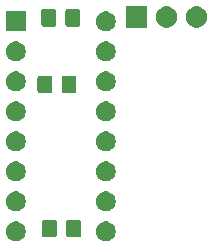
<source format=gbr>
G04 #@! TF.GenerationSoftware,KiCad,Pcbnew,(5.1.5)-3*
G04 #@! TF.CreationDate,2020-09-02T21:16:59-04:00*
G04 #@! TF.ProjectId,8701Duo,38373031-4475-46f2-9e6b-696361645f70,rev?*
G04 #@! TF.SameCoordinates,Original*
G04 #@! TF.FileFunction,Soldermask,Bot*
G04 #@! TF.FilePolarity,Negative*
%FSLAX46Y46*%
G04 Gerber Fmt 4.6, Leading zero omitted, Abs format (unit mm)*
G04 Created by KiCad (PCBNEW (5.1.5)-3) date 2020-09-02 21:16:59*
%MOMM*%
%LPD*%
G04 APERTURE LIST*
%ADD10C,0.100000*%
G04 APERTURE END LIST*
D10*
G36*
X89148228Y-77921703D02*
G01*
X89303100Y-77985853D01*
X89442481Y-78078985D01*
X89561015Y-78197519D01*
X89654147Y-78336900D01*
X89718297Y-78491772D01*
X89751000Y-78656184D01*
X89751000Y-78823816D01*
X89718297Y-78988228D01*
X89654147Y-79143100D01*
X89561015Y-79282481D01*
X89442481Y-79401015D01*
X89303100Y-79494147D01*
X89148228Y-79558297D01*
X88983816Y-79591000D01*
X88816184Y-79591000D01*
X88651772Y-79558297D01*
X88496900Y-79494147D01*
X88357519Y-79401015D01*
X88238985Y-79282481D01*
X88145853Y-79143100D01*
X88081703Y-78988228D01*
X88049000Y-78823816D01*
X88049000Y-78656184D01*
X88081703Y-78491772D01*
X88145853Y-78336900D01*
X88238985Y-78197519D01*
X88357519Y-78078985D01*
X88496900Y-77985853D01*
X88651772Y-77921703D01*
X88816184Y-77889000D01*
X88983816Y-77889000D01*
X89148228Y-77921703D01*
G37*
G36*
X81528228Y-77921703D02*
G01*
X81683100Y-77985853D01*
X81822481Y-78078985D01*
X81941015Y-78197519D01*
X82034147Y-78336900D01*
X82098297Y-78491772D01*
X82131000Y-78656184D01*
X82131000Y-78823816D01*
X82098297Y-78988228D01*
X82034147Y-79143100D01*
X81941015Y-79282481D01*
X81822481Y-79401015D01*
X81683100Y-79494147D01*
X81528228Y-79558297D01*
X81363816Y-79591000D01*
X81196184Y-79591000D01*
X81031772Y-79558297D01*
X80876900Y-79494147D01*
X80737519Y-79401015D01*
X80618985Y-79282481D01*
X80525853Y-79143100D01*
X80461703Y-78988228D01*
X80429000Y-78823816D01*
X80429000Y-78656184D01*
X80461703Y-78491772D01*
X80525853Y-78336900D01*
X80618985Y-78197519D01*
X80737519Y-78078985D01*
X80876900Y-77985853D01*
X81031772Y-77921703D01*
X81196184Y-77889000D01*
X81363816Y-77889000D01*
X81528228Y-77921703D01*
G37*
G36*
X84592174Y-77739465D02*
G01*
X84629867Y-77750899D01*
X84664603Y-77769466D01*
X84695048Y-77794452D01*
X84720034Y-77824897D01*
X84738601Y-77859633D01*
X84750035Y-77897326D01*
X84754500Y-77942661D01*
X84754500Y-79029339D01*
X84750035Y-79074674D01*
X84738601Y-79112367D01*
X84720034Y-79147103D01*
X84695048Y-79177548D01*
X84664603Y-79202534D01*
X84629867Y-79221101D01*
X84592174Y-79232535D01*
X84546839Y-79237000D01*
X83710161Y-79237000D01*
X83664826Y-79232535D01*
X83627133Y-79221101D01*
X83592397Y-79202534D01*
X83561952Y-79177548D01*
X83536966Y-79147103D01*
X83518399Y-79112367D01*
X83506965Y-79074674D01*
X83502500Y-79029339D01*
X83502500Y-77942661D01*
X83506965Y-77897326D01*
X83518399Y-77859633D01*
X83536966Y-77824897D01*
X83561952Y-77794452D01*
X83592397Y-77769466D01*
X83627133Y-77750899D01*
X83664826Y-77739465D01*
X83710161Y-77735000D01*
X84546839Y-77735000D01*
X84592174Y-77739465D01*
G37*
G36*
X86642174Y-77739465D02*
G01*
X86679867Y-77750899D01*
X86714603Y-77769466D01*
X86745048Y-77794452D01*
X86770034Y-77824897D01*
X86788601Y-77859633D01*
X86800035Y-77897326D01*
X86804500Y-77942661D01*
X86804500Y-79029339D01*
X86800035Y-79074674D01*
X86788601Y-79112367D01*
X86770034Y-79147103D01*
X86745048Y-79177548D01*
X86714603Y-79202534D01*
X86679867Y-79221101D01*
X86642174Y-79232535D01*
X86596839Y-79237000D01*
X85760161Y-79237000D01*
X85714826Y-79232535D01*
X85677133Y-79221101D01*
X85642397Y-79202534D01*
X85611952Y-79177548D01*
X85586966Y-79147103D01*
X85568399Y-79112367D01*
X85556965Y-79074674D01*
X85552500Y-79029339D01*
X85552500Y-77942661D01*
X85556965Y-77897326D01*
X85568399Y-77859633D01*
X85586966Y-77824897D01*
X85611952Y-77794452D01*
X85642397Y-77769466D01*
X85677133Y-77750899D01*
X85714826Y-77739465D01*
X85760161Y-77735000D01*
X86596839Y-77735000D01*
X86642174Y-77739465D01*
G37*
G36*
X89148228Y-75381703D02*
G01*
X89303100Y-75445853D01*
X89442481Y-75538985D01*
X89561015Y-75657519D01*
X89654147Y-75796900D01*
X89718297Y-75951772D01*
X89751000Y-76116184D01*
X89751000Y-76283816D01*
X89718297Y-76448228D01*
X89654147Y-76603100D01*
X89561015Y-76742481D01*
X89442481Y-76861015D01*
X89303100Y-76954147D01*
X89148228Y-77018297D01*
X88983816Y-77051000D01*
X88816184Y-77051000D01*
X88651772Y-77018297D01*
X88496900Y-76954147D01*
X88357519Y-76861015D01*
X88238985Y-76742481D01*
X88145853Y-76603100D01*
X88081703Y-76448228D01*
X88049000Y-76283816D01*
X88049000Y-76116184D01*
X88081703Y-75951772D01*
X88145853Y-75796900D01*
X88238985Y-75657519D01*
X88357519Y-75538985D01*
X88496900Y-75445853D01*
X88651772Y-75381703D01*
X88816184Y-75349000D01*
X88983816Y-75349000D01*
X89148228Y-75381703D01*
G37*
G36*
X81528228Y-75381703D02*
G01*
X81683100Y-75445853D01*
X81822481Y-75538985D01*
X81941015Y-75657519D01*
X82034147Y-75796900D01*
X82098297Y-75951772D01*
X82131000Y-76116184D01*
X82131000Y-76283816D01*
X82098297Y-76448228D01*
X82034147Y-76603100D01*
X81941015Y-76742481D01*
X81822481Y-76861015D01*
X81683100Y-76954147D01*
X81528228Y-77018297D01*
X81363816Y-77051000D01*
X81196184Y-77051000D01*
X81031772Y-77018297D01*
X80876900Y-76954147D01*
X80737519Y-76861015D01*
X80618985Y-76742481D01*
X80525853Y-76603100D01*
X80461703Y-76448228D01*
X80429000Y-76283816D01*
X80429000Y-76116184D01*
X80461703Y-75951772D01*
X80525853Y-75796900D01*
X80618985Y-75657519D01*
X80737519Y-75538985D01*
X80876900Y-75445853D01*
X81031772Y-75381703D01*
X81196184Y-75349000D01*
X81363816Y-75349000D01*
X81528228Y-75381703D01*
G37*
G36*
X81528228Y-72841703D02*
G01*
X81683100Y-72905853D01*
X81822481Y-72998985D01*
X81941015Y-73117519D01*
X82034147Y-73256900D01*
X82098297Y-73411772D01*
X82131000Y-73576184D01*
X82131000Y-73743816D01*
X82098297Y-73908228D01*
X82034147Y-74063100D01*
X81941015Y-74202481D01*
X81822481Y-74321015D01*
X81683100Y-74414147D01*
X81528228Y-74478297D01*
X81363816Y-74511000D01*
X81196184Y-74511000D01*
X81031772Y-74478297D01*
X80876900Y-74414147D01*
X80737519Y-74321015D01*
X80618985Y-74202481D01*
X80525853Y-74063100D01*
X80461703Y-73908228D01*
X80429000Y-73743816D01*
X80429000Y-73576184D01*
X80461703Y-73411772D01*
X80525853Y-73256900D01*
X80618985Y-73117519D01*
X80737519Y-72998985D01*
X80876900Y-72905853D01*
X81031772Y-72841703D01*
X81196184Y-72809000D01*
X81363816Y-72809000D01*
X81528228Y-72841703D01*
G37*
G36*
X89148228Y-72841703D02*
G01*
X89303100Y-72905853D01*
X89442481Y-72998985D01*
X89561015Y-73117519D01*
X89654147Y-73256900D01*
X89718297Y-73411772D01*
X89751000Y-73576184D01*
X89751000Y-73743816D01*
X89718297Y-73908228D01*
X89654147Y-74063100D01*
X89561015Y-74202481D01*
X89442481Y-74321015D01*
X89303100Y-74414147D01*
X89148228Y-74478297D01*
X88983816Y-74511000D01*
X88816184Y-74511000D01*
X88651772Y-74478297D01*
X88496900Y-74414147D01*
X88357519Y-74321015D01*
X88238985Y-74202481D01*
X88145853Y-74063100D01*
X88081703Y-73908228D01*
X88049000Y-73743816D01*
X88049000Y-73576184D01*
X88081703Y-73411772D01*
X88145853Y-73256900D01*
X88238985Y-73117519D01*
X88357519Y-72998985D01*
X88496900Y-72905853D01*
X88651772Y-72841703D01*
X88816184Y-72809000D01*
X88983816Y-72809000D01*
X89148228Y-72841703D01*
G37*
G36*
X89148228Y-70301703D02*
G01*
X89303100Y-70365853D01*
X89442481Y-70458985D01*
X89561015Y-70577519D01*
X89654147Y-70716900D01*
X89718297Y-70871772D01*
X89751000Y-71036184D01*
X89751000Y-71203816D01*
X89718297Y-71368228D01*
X89654147Y-71523100D01*
X89561015Y-71662481D01*
X89442481Y-71781015D01*
X89303100Y-71874147D01*
X89148228Y-71938297D01*
X88983816Y-71971000D01*
X88816184Y-71971000D01*
X88651772Y-71938297D01*
X88496900Y-71874147D01*
X88357519Y-71781015D01*
X88238985Y-71662481D01*
X88145853Y-71523100D01*
X88081703Y-71368228D01*
X88049000Y-71203816D01*
X88049000Y-71036184D01*
X88081703Y-70871772D01*
X88145853Y-70716900D01*
X88238985Y-70577519D01*
X88357519Y-70458985D01*
X88496900Y-70365853D01*
X88651772Y-70301703D01*
X88816184Y-70269000D01*
X88983816Y-70269000D01*
X89148228Y-70301703D01*
G37*
G36*
X81528228Y-70301703D02*
G01*
X81683100Y-70365853D01*
X81822481Y-70458985D01*
X81941015Y-70577519D01*
X82034147Y-70716900D01*
X82098297Y-70871772D01*
X82131000Y-71036184D01*
X82131000Y-71203816D01*
X82098297Y-71368228D01*
X82034147Y-71523100D01*
X81941015Y-71662481D01*
X81822481Y-71781015D01*
X81683100Y-71874147D01*
X81528228Y-71938297D01*
X81363816Y-71971000D01*
X81196184Y-71971000D01*
X81031772Y-71938297D01*
X80876900Y-71874147D01*
X80737519Y-71781015D01*
X80618985Y-71662481D01*
X80525853Y-71523100D01*
X80461703Y-71368228D01*
X80429000Y-71203816D01*
X80429000Y-71036184D01*
X80461703Y-70871772D01*
X80525853Y-70716900D01*
X80618985Y-70577519D01*
X80737519Y-70458985D01*
X80876900Y-70365853D01*
X81031772Y-70301703D01*
X81196184Y-70269000D01*
X81363816Y-70269000D01*
X81528228Y-70301703D01*
G37*
G36*
X89148228Y-67761703D02*
G01*
X89303100Y-67825853D01*
X89442481Y-67918985D01*
X89561015Y-68037519D01*
X89654147Y-68176900D01*
X89718297Y-68331772D01*
X89751000Y-68496184D01*
X89751000Y-68663816D01*
X89718297Y-68828228D01*
X89654147Y-68983100D01*
X89561015Y-69122481D01*
X89442481Y-69241015D01*
X89303100Y-69334147D01*
X89148228Y-69398297D01*
X88983816Y-69431000D01*
X88816184Y-69431000D01*
X88651772Y-69398297D01*
X88496900Y-69334147D01*
X88357519Y-69241015D01*
X88238985Y-69122481D01*
X88145853Y-68983100D01*
X88081703Y-68828228D01*
X88049000Y-68663816D01*
X88049000Y-68496184D01*
X88081703Y-68331772D01*
X88145853Y-68176900D01*
X88238985Y-68037519D01*
X88357519Y-67918985D01*
X88496900Y-67825853D01*
X88651772Y-67761703D01*
X88816184Y-67729000D01*
X88983816Y-67729000D01*
X89148228Y-67761703D01*
G37*
G36*
X81528228Y-67761703D02*
G01*
X81683100Y-67825853D01*
X81822481Y-67918985D01*
X81941015Y-68037519D01*
X82034147Y-68176900D01*
X82098297Y-68331772D01*
X82131000Y-68496184D01*
X82131000Y-68663816D01*
X82098297Y-68828228D01*
X82034147Y-68983100D01*
X81941015Y-69122481D01*
X81822481Y-69241015D01*
X81683100Y-69334147D01*
X81528228Y-69398297D01*
X81363816Y-69431000D01*
X81196184Y-69431000D01*
X81031772Y-69398297D01*
X80876900Y-69334147D01*
X80737519Y-69241015D01*
X80618985Y-69122481D01*
X80525853Y-68983100D01*
X80461703Y-68828228D01*
X80429000Y-68663816D01*
X80429000Y-68496184D01*
X80461703Y-68331772D01*
X80525853Y-68176900D01*
X80618985Y-68037519D01*
X80737519Y-67918985D01*
X80876900Y-67825853D01*
X81031772Y-67761703D01*
X81196184Y-67729000D01*
X81363816Y-67729000D01*
X81528228Y-67761703D01*
G37*
G36*
X84211174Y-65547465D02*
G01*
X84248867Y-65558899D01*
X84283603Y-65577466D01*
X84314048Y-65602452D01*
X84339034Y-65632897D01*
X84357601Y-65667633D01*
X84369035Y-65705326D01*
X84373500Y-65750661D01*
X84373500Y-66837339D01*
X84369035Y-66882674D01*
X84357601Y-66920367D01*
X84339034Y-66955103D01*
X84314048Y-66985548D01*
X84283603Y-67010534D01*
X84248867Y-67029101D01*
X84211174Y-67040535D01*
X84165839Y-67045000D01*
X83329161Y-67045000D01*
X83283826Y-67040535D01*
X83246133Y-67029101D01*
X83211397Y-67010534D01*
X83180952Y-66985548D01*
X83155966Y-66955103D01*
X83137399Y-66920367D01*
X83125965Y-66882674D01*
X83121500Y-66837339D01*
X83121500Y-65750661D01*
X83125965Y-65705326D01*
X83137399Y-65667633D01*
X83155966Y-65632897D01*
X83180952Y-65602452D01*
X83211397Y-65577466D01*
X83246133Y-65558899D01*
X83283826Y-65547465D01*
X83329161Y-65543000D01*
X84165839Y-65543000D01*
X84211174Y-65547465D01*
G37*
G36*
X86261174Y-65547465D02*
G01*
X86298867Y-65558899D01*
X86333603Y-65577466D01*
X86364048Y-65602452D01*
X86389034Y-65632897D01*
X86407601Y-65667633D01*
X86419035Y-65705326D01*
X86423500Y-65750661D01*
X86423500Y-66837339D01*
X86419035Y-66882674D01*
X86407601Y-66920367D01*
X86389034Y-66955103D01*
X86364048Y-66985548D01*
X86333603Y-67010534D01*
X86298867Y-67029101D01*
X86261174Y-67040535D01*
X86215839Y-67045000D01*
X85379161Y-67045000D01*
X85333826Y-67040535D01*
X85296133Y-67029101D01*
X85261397Y-67010534D01*
X85230952Y-66985548D01*
X85205966Y-66955103D01*
X85187399Y-66920367D01*
X85175965Y-66882674D01*
X85171500Y-66837339D01*
X85171500Y-65750661D01*
X85175965Y-65705326D01*
X85187399Y-65667633D01*
X85205966Y-65632897D01*
X85230952Y-65602452D01*
X85261397Y-65577466D01*
X85296133Y-65558899D01*
X85333826Y-65547465D01*
X85379161Y-65543000D01*
X86215839Y-65543000D01*
X86261174Y-65547465D01*
G37*
G36*
X89148228Y-65221703D02*
G01*
X89303100Y-65285853D01*
X89442481Y-65378985D01*
X89561015Y-65497519D01*
X89654147Y-65636900D01*
X89718297Y-65791772D01*
X89751000Y-65956184D01*
X89751000Y-66123816D01*
X89718297Y-66288228D01*
X89654147Y-66443100D01*
X89561015Y-66582481D01*
X89442481Y-66701015D01*
X89303100Y-66794147D01*
X89148228Y-66858297D01*
X88983816Y-66891000D01*
X88816184Y-66891000D01*
X88651772Y-66858297D01*
X88496900Y-66794147D01*
X88357519Y-66701015D01*
X88238985Y-66582481D01*
X88145853Y-66443100D01*
X88081703Y-66288228D01*
X88049000Y-66123816D01*
X88049000Y-65956184D01*
X88081703Y-65791772D01*
X88145853Y-65636900D01*
X88238985Y-65497519D01*
X88357519Y-65378985D01*
X88496900Y-65285853D01*
X88651772Y-65221703D01*
X88816184Y-65189000D01*
X88983816Y-65189000D01*
X89148228Y-65221703D01*
G37*
G36*
X81528228Y-65221703D02*
G01*
X81683100Y-65285853D01*
X81822481Y-65378985D01*
X81941015Y-65497519D01*
X82034147Y-65636900D01*
X82098297Y-65791772D01*
X82131000Y-65956184D01*
X82131000Y-66123816D01*
X82098297Y-66288228D01*
X82034147Y-66443100D01*
X81941015Y-66582481D01*
X81822481Y-66701015D01*
X81683100Y-66794147D01*
X81528228Y-66858297D01*
X81363816Y-66891000D01*
X81196184Y-66891000D01*
X81031772Y-66858297D01*
X80876900Y-66794147D01*
X80737519Y-66701015D01*
X80618985Y-66582481D01*
X80525853Y-66443100D01*
X80461703Y-66288228D01*
X80429000Y-66123816D01*
X80429000Y-65956184D01*
X80461703Y-65791772D01*
X80525853Y-65636900D01*
X80618985Y-65497519D01*
X80737519Y-65378985D01*
X80876900Y-65285853D01*
X81031772Y-65221703D01*
X81196184Y-65189000D01*
X81363816Y-65189000D01*
X81528228Y-65221703D01*
G37*
G36*
X89148228Y-62681703D02*
G01*
X89303100Y-62745853D01*
X89442481Y-62838985D01*
X89561015Y-62957519D01*
X89654147Y-63096900D01*
X89718297Y-63251772D01*
X89751000Y-63416184D01*
X89751000Y-63583816D01*
X89718297Y-63748228D01*
X89654147Y-63903100D01*
X89561015Y-64042481D01*
X89442481Y-64161015D01*
X89303100Y-64254147D01*
X89148228Y-64318297D01*
X88983816Y-64351000D01*
X88816184Y-64351000D01*
X88651772Y-64318297D01*
X88496900Y-64254147D01*
X88357519Y-64161015D01*
X88238985Y-64042481D01*
X88145853Y-63903100D01*
X88081703Y-63748228D01*
X88049000Y-63583816D01*
X88049000Y-63416184D01*
X88081703Y-63251772D01*
X88145853Y-63096900D01*
X88238985Y-62957519D01*
X88357519Y-62838985D01*
X88496900Y-62745853D01*
X88651772Y-62681703D01*
X88816184Y-62649000D01*
X88983816Y-62649000D01*
X89148228Y-62681703D01*
G37*
G36*
X81528228Y-62681703D02*
G01*
X81683100Y-62745853D01*
X81822481Y-62838985D01*
X81941015Y-62957519D01*
X82034147Y-63096900D01*
X82098297Y-63251772D01*
X82131000Y-63416184D01*
X82131000Y-63583816D01*
X82098297Y-63748228D01*
X82034147Y-63903100D01*
X81941015Y-64042481D01*
X81822481Y-64161015D01*
X81683100Y-64254147D01*
X81528228Y-64318297D01*
X81363816Y-64351000D01*
X81196184Y-64351000D01*
X81031772Y-64318297D01*
X80876900Y-64254147D01*
X80737519Y-64161015D01*
X80618985Y-64042481D01*
X80525853Y-63903100D01*
X80461703Y-63748228D01*
X80429000Y-63583816D01*
X80429000Y-63416184D01*
X80461703Y-63251772D01*
X80525853Y-63096900D01*
X80618985Y-62957519D01*
X80737519Y-62838985D01*
X80876900Y-62745853D01*
X81031772Y-62681703D01*
X81196184Y-62649000D01*
X81363816Y-62649000D01*
X81528228Y-62681703D01*
G37*
G36*
X82131000Y-61811000D02*
G01*
X80429000Y-61811000D01*
X80429000Y-60109000D01*
X82131000Y-60109000D01*
X82131000Y-61811000D01*
G37*
G36*
X89148228Y-60141703D02*
G01*
X89303100Y-60205853D01*
X89442481Y-60298985D01*
X89561015Y-60417519D01*
X89654147Y-60556900D01*
X89718297Y-60711772D01*
X89751000Y-60876184D01*
X89751000Y-61043816D01*
X89718297Y-61208228D01*
X89654147Y-61363100D01*
X89561015Y-61502481D01*
X89442481Y-61621015D01*
X89303100Y-61714147D01*
X89148228Y-61778297D01*
X88983816Y-61811000D01*
X88816184Y-61811000D01*
X88651772Y-61778297D01*
X88496900Y-61714147D01*
X88357519Y-61621015D01*
X88238985Y-61502481D01*
X88145853Y-61363100D01*
X88081703Y-61208228D01*
X88049000Y-61043816D01*
X88049000Y-60876184D01*
X88081703Y-60711772D01*
X88145853Y-60556900D01*
X88238985Y-60417519D01*
X88357519Y-60298985D01*
X88496900Y-60205853D01*
X88651772Y-60141703D01*
X88816184Y-60109000D01*
X88983816Y-60109000D01*
X89148228Y-60141703D01*
G37*
G36*
X96697012Y-59682927D02*
G01*
X96846312Y-59712624D01*
X97010284Y-59780544D01*
X97157854Y-59879147D01*
X97283353Y-60004646D01*
X97381956Y-60152216D01*
X97449876Y-60316188D01*
X97484500Y-60490259D01*
X97484500Y-60667741D01*
X97449876Y-60841812D01*
X97381956Y-61005784D01*
X97283353Y-61153354D01*
X97157854Y-61278853D01*
X97010284Y-61377456D01*
X96846312Y-61445376D01*
X96697012Y-61475073D01*
X96672242Y-61480000D01*
X96494758Y-61480000D01*
X96469988Y-61475073D01*
X96320688Y-61445376D01*
X96156716Y-61377456D01*
X96009146Y-61278853D01*
X95883647Y-61153354D01*
X95785044Y-61005784D01*
X95717124Y-60841812D01*
X95682500Y-60667741D01*
X95682500Y-60490259D01*
X95717124Y-60316188D01*
X95785044Y-60152216D01*
X95883647Y-60004646D01*
X96009146Y-59879147D01*
X96156716Y-59780544D01*
X96320688Y-59712624D01*
X96469988Y-59682927D01*
X96494758Y-59678000D01*
X96672242Y-59678000D01*
X96697012Y-59682927D01*
G37*
G36*
X94157012Y-59682927D02*
G01*
X94306312Y-59712624D01*
X94470284Y-59780544D01*
X94617854Y-59879147D01*
X94743353Y-60004646D01*
X94841956Y-60152216D01*
X94909876Y-60316188D01*
X94944500Y-60490259D01*
X94944500Y-60667741D01*
X94909876Y-60841812D01*
X94841956Y-61005784D01*
X94743353Y-61153354D01*
X94617854Y-61278853D01*
X94470284Y-61377456D01*
X94306312Y-61445376D01*
X94157012Y-61475073D01*
X94132242Y-61480000D01*
X93954758Y-61480000D01*
X93929988Y-61475073D01*
X93780688Y-61445376D01*
X93616716Y-61377456D01*
X93469146Y-61278853D01*
X93343647Y-61153354D01*
X93245044Y-61005784D01*
X93177124Y-60841812D01*
X93142500Y-60667741D01*
X93142500Y-60490259D01*
X93177124Y-60316188D01*
X93245044Y-60152216D01*
X93343647Y-60004646D01*
X93469146Y-59879147D01*
X93616716Y-59780544D01*
X93780688Y-59712624D01*
X93929988Y-59682927D01*
X93954758Y-59678000D01*
X94132242Y-59678000D01*
X94157012Y-59682927D01*
G37*
G36*
X92404500Y-61480000D02*
G01*
X90602500Y-61480000D01*
X90602500Y-59678000D01*
X92404500Y-59678000D01*
X92404500Y-61480000D01*
G37*
G36*
X86578674Y-59895965D02*
G01*
X86616367Y-59907399D01*
X86651103Y-59925966D01*
X86681548Y-59950952D01*
X86706534Y-59981397D01*
X86725101Y-60016133D01*
X86736535Y-60053826D01*
X86741000Y-60099161D01*
X86741000Y-61185839D01*
X86736535Y-61231174D01*
X86725101Y-61268867D01*
X86706534Y-61303603D01*
X86681548Y-61334048D01*
X86651103Y-61359034D01*
X86616367Y-61377601D01*
X86578674Y-61389035D01*
X86533339Y-61393500D01*
X85696661Y-61393500D01*
X85651326Y-61389035D01*
X85613633Y-61377601D01*
X85578897Y-61359034D01*
X85548452Y-61334048D01*
X85523466Y-61303603D01*
X85504899Y-61268867D01*
X85493465Y-61231174D01*
X85489000Y-61185839D01*
X85489000Y-60099161D01*
X85493465Y-60053826D01*
X85504899Y-60016133D01*
X85523466Y-59981397D01*
X85548452Y-59950952D01*
X85578897Y-59925966D01*
X85613633Y-59907399D01*
X85651326Y-59895965D01*
X85696661Y-59891500D01*
X86533339Y-59891500D01*
X86578674Y-59895965D01*
G37*
G36*
X84528674Y-59895965D02*
G01*
X84566367Y-59907399D01*
X84601103Y-59925966D01*
X84631548Y-59950952D01*
X84656534Y-59981397D01*
X84675101Y-60016133D01*
X84686535Y-60053826D01*
X84691000Y-60099161D01*
X84691000Y-61185839D01*
X84686535Y-61231174D01*
X84675101Y-61268867D01*
X84656534Y-61303603D01*
X84631548Y-61334048D01*
X84601103Y-61359034D01*
X84566367Y-61377601D01*
X84528674Y-61389035D01*
X84483339Y-61393500D01*
X83646661Y-61393500D01*
X83601326Y-61389035D01*
X83563633Y-61377601D01*
X83528897Y-61359034D01*
X83498452Y-61334048D01*
X83473466Y-61303603D01*
X83454899Y-61268867D01*
X83443465Y-61231174D01*
X83439000Y-61185839D01*
X83439000Y-60099161D01*
X83443465Y-60053826D01*
X83454899Y-60016133D01*
X83473466Y-59981397D01*
X83498452Y-59950952D01*
X83528897Y-59925966D01*
X83563633Y-59907399D01*
X83601326Y-59895965D01*
X83646661Y-59891500D01*
X84483339Y-59891500D01*
X84528674Y-59895965D01*
G37*
M02*

</source>
